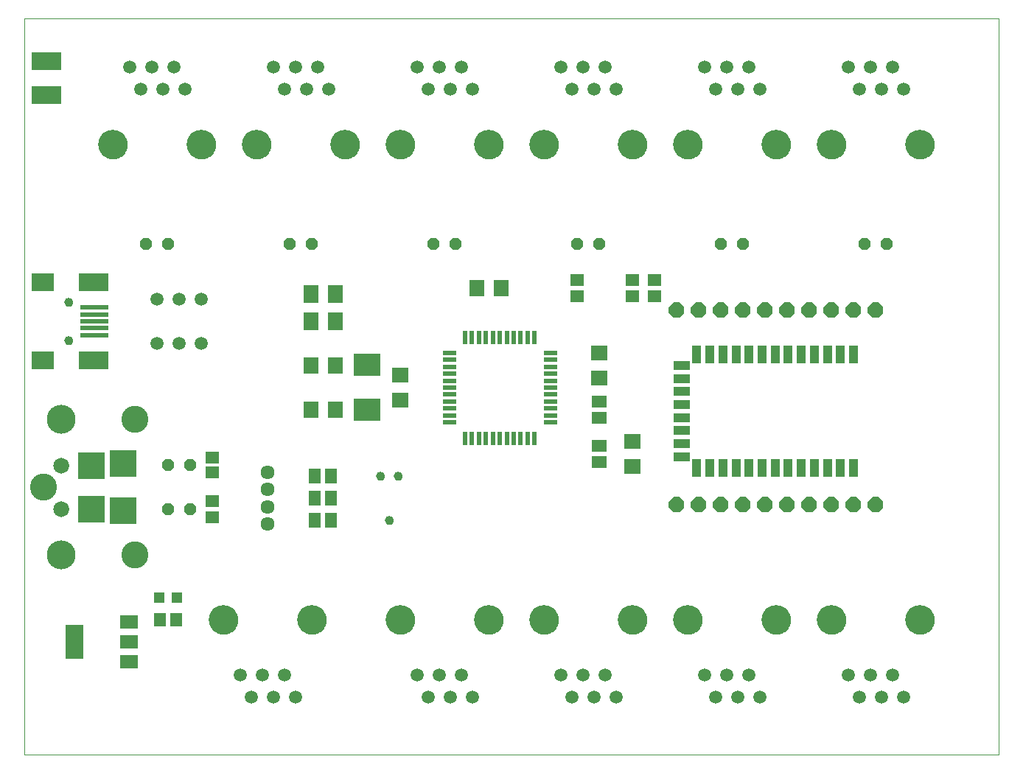
<source format=gts>
G75*
%MOIN*%
%OFA0B0*%
%FSLAX24Y24*%
%IPPOS*%
%LPD*%
%AMOC8*
5,1,8,0,0,1.08239X$1,22.5*
%
%ADD10C,0.0000*%
%ADD11C,0.0594*%
%ADD12C,0.1320*%
%ADD13OC8,0.0560*%
%ADD14R,0.0512X0.0512*%
%ADD15R,0.0552X0.0631*%
%ADD16C,0.1221*%
%ADD17C,0.1306*%
%ADD18R,0.1221X0.1221*%
%ADD19C,0.0709*%
%ADD20R,0.0631X0.0552*%
%ADD21R,0.1379X0.0788*%
%ADD22R,0.0749X0.0670*%
%ADD23C,0.0390*%
%ADD24C,0.0591*%
%ADD25R,0.0237X0.0631*%
%ADD26R,0.0631X0.0237*%
%ADD27R,0.0670X0.0749*%
%ADD28R,0.0750X0.0670*%
%ADD29R,0.0670X0.0552*%
%ADD30R,0.1221X0.1024*%
%ADD31R,0.1024X0.0827*%
%ADD32R,0.1339X0.0827*%
%ADD33R,0.1260X0.0237*%
%ADD34C,0.0394*%
%ADD35R,0.0670X0.0827*%
%ADD36R,0.0434X0.0827*%
%ADD37R,0.0749X0.0434*%
%ADD38R,0.0830X0.0630*%
%ADD39R,0.0830X0.1540*%
%ADD40R,0.0552X0.0670*%
%ADD41C,0.0634*%
%ADD42OC8,0.0700*%
D10*
X003100Y002000D02*
X003100Y035296D01*
X047170Y035296D01*
X047170Y002000D01*
X003100Y002000D01*
X011460Y008100D02*
X011462Y008150D01*
X011468Y008200D01*
X011478Y008249D01*
X011491Y008298D01*
X011509Y008345D01*
X011530Y008391D01*
X011554Y008434D01*
X011582Y008476D01*
X011613Y008516D01*
X011647Y008553D01*
X011684Y008587D01*
X011724Y008618D01*
X011766Y008646D01*
X011809Y008670D01*
X011855Y008691D01*
X011902Y008709D01*
X011951Y008722D01*
X012000Y008732D01*
X012050Y008738D01*
X012100Y008740D01*
X012150Y008738D01*
X012200Y008732D01*
X012249Y008722D01*
X012298Y008709D01*
X012345Y008691D01*
X012391Y008670D01*
X012434Y008646D01*
X012476Y008618D01*
X012516Y008587D01*
X012553Y008553D01*
X012587Y008516D01*
X012618Y008476D01*
X012646Y008434D01*
X012670Y008391D01*
X012691Y008345D01*
X012709Y008298D01*
X012722Y008249D01*
X012732Y008200D01*
X012738Y008150D01*
X012740Y008100D01*
X012738Y008050D01*
X012732Y008000D01*
X012722Y007951D01*
X012709Y007902D01*
X012691Y007855D01*
X012670Y007809D01*
X012646Y007766D01*
X012618Y007724D01*
X012587Y007684D01*
X012553Y007647D01*
X012516Y007613D01*
X012476Y007582D01*
X012434Y007554D01*
X012391Y007530D01*
X012345Y007509D01*
X012298Y007491D01*
X012249Y007478D01*
X012200Y007468D01*
X012150Y007462D01*
X012100Y007460D01*
X012050Y007462D01*
X012000Y007468D01*
X011951Y007478D01*
X011902Y007491D01*
X011855Y007509D01*
X011809Y007530D01*
X011766Y007554D01*
X011724Y007582D01*
X011684Y007613D01*
X011647Y007647D01*
X011613Y007684D01*
X011582Y007724D01*
X011554Y007766D01*
X011530Y007809D01*
X011509Y007855D01*
X011491Y007902D01*
X011478Y007951D01*
X011468Y008000D01*
X011462Y008050D01*
X011460Y008100D01*
X015460Y008100D02*
X015462Y008150D01*
X015468Y008200D01*
X015478Y008249D01*
X015491Y008298D01*
X015509Y008345D01*
X015530Y008391D01*
X015554Y008434D01*
X015582Y008476D01*
X015613Y008516D01*
X015647Y008553D01*
X015684Y008587D01*
X015724Y008618D01*
X015766Y008646D01*
X015809Y008670D01*
X015855Y008691D01*
X015902Y008709D01*
X015951Y008722D01*
X016000Y008732D01*
X016050Y008738D01*
X016100Y008740D01*
X016150Y008738D01*
X016200Y008732D01*
X016249Y008722D01*
X016298Y008709D01*
X016345Y008691D01*
X016391Y008670D01*
X016434Y008646D01*
X016476Y008618D01*
X016516Y008587D01*
X016553Y008553D01*
X016587Y008516D01*
X016618Y008476D01*
X016646Y008434D01*
X016670Y008391D01*
X016691Y008345D01*
X016709Y008298D01*
X016722Y008249D01*
X016732Y008200D01*
X016738Y008150D01*
X016740Y008100D01*
X016738Y008050D01*
X016732Y008000D01*
X016722Y007951D01*
X016709Y007902D01*
X016691Y007855D01*
X016670Y007809D01*
X016646Y007766D01*
X016618Y007724D01*
X016587Y007684D01*
X016553Y007647D01*
X016516Y007613D01*
X016476Y007582D01*
X016434Y007554D01*
X016391Y007530D01*
X016345Y007509D01*
X016298Y007491D01*
X016249Y007478D01*
X016200Y007468D01*
X016150Y007462D01*
X016100Y007460D01*
X016050Y007462D01*
X016000Y007468D01*
X015951Y007478D01*
X015902Y007491D01*
X015855Y007509D01*
X015809Y007530D01*
X015766Y007554D01*
X015724Y007582D01*
X015684Y007613D01*
X015647Y007647D01*
X015613Y007684D01*
X015582Y007724D01*
X015554Y007766D01*
X015530Y007809D01*
X015509Y007855D01*
X015491Y007902D01*
X015478Y007951D01*
X015468Y008000D01*
X015462Y008050D01*
X015460Y008100D01*
X019460Y008100D02*
X019462Y008150D01*
X019468Y008200D01*
X019478Y008249D01*
X019491Y008298D01*
X019509Y008345D01*
X019530Y008391D01*
X019554Y008434D01*
X019582Y008476D01*
X019613Y008516D01*
X019647Y008553D01*
X019684Y008587D01*
X019724Y008618D01*
X019766Y008646D01*
X019809Y008670D01*
X019855Y008691D01*
X019902Y008709D01*
X019951Y008722D01*
X020000Y008732D01*
X020050Y008738D01*
X020100Y008740D01*
X020150Y008738D01*
X020200Y008732D01*
X020249Y008722D01*
X020298Y008709D01*
X020345Y008691D01*
X020391Y008670D01*
X020434Y008646D01*
X020476Y008618D01*
X020516Y008587D01*
X020553Y008553D01*
X020587Y008516D01*
X020618Y008476D01*
X020646Y008434D01*
X020670Y008391D01*
X020691Y008345D01*
X020709Y008298D01*
X020722Y008249D01*
X020732Y008200D01*
X020738Y008150D01*
X020740Y008100D01*
X020738Y008050D01*
X020732Y008000D01*
X020722Y007951D01*
X020709Y007902D01*
X020691Y007855D01*
X020670Y007809D01*
X020646Y007766D01*
X020618Y007724D01*
X020587Y007684D01*
X020553Y007647D01*
X020516Y007613D01*
X020476Y007582D01*
X020434Y007554D01*
X020391Y007530D01*
X020345Y007509D01*
X020298Y007491D01*
X020249Y007478D01*
X020200Y007468D01*
X020150Y007462D01*
X020100Y007460D01*
X020050Y007462D01*
X020000Y007468D01*
X019951Y007478D01*
X019902Y007491D01*
X019855Y007509D01*
X019809Y007530D01*
X019766Y007554D01*
X019724Y007582D01*
X019684Y007613D01*
X019647Y007647D01*
X019613Y007684D01*
X019582Y007724D01*
X019554Y007766D01*
X019530Y007809D01*
X019509Y007855D01*
X019491Y007902D01*
X019478Y007951D01*
X019468Y008000D01*
X019462Y008050D01*
X019460Y008100D01*
X023460Y008100D02*
X023462Y008150D01*
X023468Y008200D01*
X023478Y008249D01*
X023491Y008298D01*
X023509Y008345D01*
X023530Y008391D01*
X023554Y008434D01*
X023582Y008476D01*
X023613Y008516D01*
X023647Y008553D01*
X023684Y008587D01*
X023724Y008618D01*
X023766Y008646D01*
X023809Y008670D01*
X023855Y008691D01*
X023902Y008709D01*
X023951Y008722D01*
X024000Y008732D01*
X024050Y008738D01*
X024100Y008740D01*
X024150Y008738D01*
X024200Y008732D01*
X024249Y008722D01*
X024298Y008709D01*
X024345Y008691D01*
X024391Y008670D01*
X024434Y008646D01*
X024476Y008618D01*
X024516Y008587D01*
X024553Y008553D01*
X024587Y008516D01*
X024618Y008476D01*
X024646Y008434D01*
X024670Y008391D01*
X024691Y008345D01*
X024709Y008298D01*
X024722Y008249D01*
X024732Y008200D01*
X024738Y008150D01*
X024740Y008100D01*
X024738Y008050D01*
X024732Y008000D01*
X024722Y007951D01*
X024709Y007902D01*
X024691Y007855D01*
X024670Y007809D01*
X024646Y007766D01*
X024618Y007724D01*
X024587Y007684D01*
X024553Y007647D01*
X024516Y007613D01*
X024476Y007582D01*
X024434Y007554D01*
X024391Y007530D01*
X024345Y007509D01*
X024298Y007491D01*
X024249Y007478D01*
X024200Y007468D01*
X024150Y007462D01*
X024100Y007460D01*
X024050Y007462D01*
X024000Y007468D01*
X023951Y007478D01*
X023902Y007491D01*
X023855Y007509D01*
X023809Y007530D01*
X023766Y007554D01*
X023724Y007582D01*
X023684Y007613D01*
X023647Y007647D01*
X023613Y007684D01*
X023582Y007724D01*
X023554Y007766D01*
X023530Y007809D01*
X023509Y007855D01*
X023491Y007902D01*
X023478Y007951D01*
X023468Y008000D01*
X023462Y008050D01*
X023460Y008100D01*
X025960Y008100D02*
X025962Y008150D01*
X025968Y008200D01*
X025978Y008249D01*
X025991Y008298D01*
X026009Y008345D01*
X026030Y008391D01*
X026054Y008434D01*
X026082Y008476D01*
X026113Y008516D01*
X026147Y008553D01*
X026184Y008587D01*
X026224Y008618D01*
X026266Y008646D01*
X026309Y008670D01*
X026355Y008691D01*
X026402Y008709D01*
X026451Y008722D01*
X026500Y008732D01*
X026550Y008738D01*
X026600Y008740D01*
X026650Y008738D01*
X026700Y008732D01*
X026749Y008722D01*
X026798Y008709D01*
X026845Y008691D01*
X026891Y008670D01*
X026934Y008646D01*
X026976Y008618D01*
X027016Y008587D01*
X027053Y008553D01*
X027087Y008516D01*
X027118Y008476D01*
X027146Y008434D01*
X027170Y008391D01*
X027191Y008345D01*
X027209Y008298D01*
X027222Y008249D01*
X027232Y008200D01*
X027238Y008150D01*
X027240Y008100D01*
X027238Y008050D01*
X027232Y008000D01*
X027222Y007951D01*
X027209Y007902D01*
X027191Y007855D01*
X027170Y007809D01*
X027146Y007766D01*
X027118Y007724D01*
X027087Y007684D01*
X027053Y007647D01*
X027016Y007613D01*
X026976Y007582D01*
X026934Y007554D01*
X026891Y007530D01*
X026845Y007509D01*
X026798Y007491D01*
X026749Y007478D01*
X026700Y007468D01*
X026650Y007462D01*
X026600Y007460D01*
X026550Y007462D01*
X026500Y007468D01*
X026451Y007478D01*
X026402Y007491D01*
X026355Y007509D01*
X026309Y007530D01*
X026266Y007554D01*
X026224Y007582D01*
X026184Y007613D01*
X026147Y007647D01*
X026113Y007684D01*
X026082Y007724D01*
X026054Y007766D01*
X026030Y007809D01*
X026009Y007855D01*
X025991Y007902D01*
X025978Y007951D01*
X025968Y008000D01*
X025962Y008050D01*
X025960Y008100D01*
X029960Y008100D02*
X029962Y008150D01*
X029968Y008200D01*
X029978Y008249D01*
X029991Y008298D01*
X030009Y008345D01*
X030030Y008391D01*
X030054Y008434D01*
X030082Y008476D01*
X030113Y008516D01*
X030147Y008553D01*
X030184Y008587D01*
X030224Y008618D01*
X030266Y008646D01*
X030309Y008670D01*
X030355Y008691D01*
X030402Y008709D01*
X030451Y008722D01*
X030500Y008732D01*
X030550Y008738D01*
X030600Y008740D01*
X030650Y008738D01*
X030700Y008732D01*
X030749Y008722D01*
X030798Y008709D01*
X030845Y008691D01*
X030891Y008670D01*
X030934Y008646D01*
X030976Y008618D01*
X031016Y008587D01*
X031053Y008553D01*
X031087Y008516D01*
X031118Y008476D01*
X031146Y008434D01*
X031170Y008391D01*
X031191Y008345D01*
X031209Y008298D01*
X031222Y008249D01*
X031232Y008200D01*
X031238Y008150D01*
X031240Y008100D01*
X031238Y008050D01*
X031232Y008000D01*
X031222Y007951D01*
X031209Y007902D01*
X031191Y007855D01*
X031170Y007809D01*
X031146Y007766D01*
X031118Y007724D01*
X031087Y007684D01*
X031053Y007647D01*
X031016Y007613D01*
X030976Y007582D01*
X030934Y007554D01*
X030891Y007530D01*
X030845Y007509D01*
X030798Y007491D01*
X030749Y007478D01*
X030700Y007468D01*
X030650Y007462D01*
X030600Y007460D01*
X030550Y007462D01*
X030500Y007468D01*
X030451Y007478D01*
X030402Y007491D01*
X030355Y007509D01*
X030309Y007530D01*
X030266Y007554D01*
X030224Y007582D01*
X030184Y007613D01*
X030147Y007647D01*
X030113Y007684D01*
X030082Y007724D01*
X030054Y007766D01*
X030030Y007809D01*
X030009Y007855D01*
X029991Y007902D01*
X029978Y007951D01*
X029968Y008000D01*
X029962Y008050D01*
X029960Y008100D01*
X032460Y008100D02*
X032462Y008150D01*
X032468Y008200D01*
X032478Y008249D01*
X032491Y008298D01*
X032509Y008345D01*
X032530Y008391D01*
X032554Y008434D01*
X032582Y008476D01*
X032613Y008516D01*
X032647Y008553D01*
X032684Y008587D01*
X032724Y008618D01*
X032766Y008646D01*
X032809Y008670D01*
X032855Y008691D01*
X032902Y008709D01*
X032951Y008722D01*
X033000Y008732D01*
X033050Y008738D01*
X033100Y008740D01*
X033150Y008738D01*
X033200Y008732D01*
X033249Y008722D01*
X033298Y008709D01*
X033345Y008691D01*
X033391Y008670D01*
X033434Y008646D01*
X033476Y008618D01*
X033516Y008587D01*
X033553Y008553D01*
X033587Y008516D01*
X033618Y008476D01*
X033646Y008434D01*
X033670Y008391D01*
X033691Y008345D01*
X033709Y008298D01*
X033722Y008249D01*
X033732Y008200D01*
X033738Y008150D01*
X033740Y008100D01*
X033738Y008050D01*
X033732Y008000D01*
X033722Y007951D01*
X033709Y007902D01*
X033691Y007855D01*
X033670Y007809D01*
X033646Y007766D01*
X033618Y007724D01*
X033587Y007684D01*
X033553Y007647D01*
X033516Y007613D01*
X033476Y007582D01*
X033434Y007554D01*
X033391Y007530D01*
X033345Y007509D01*
X033298Y007491D01*
X033249Y007478D01*
X033200Y007468D01*
X033150Y007462D01*
X033100Y007460D01*
X033050Y007462D01*
X033000Y007468D01*
X032951Y007478D01*
X032902Y007491D01*
X032855Y007509D01*
X032809Y007530D01*
X032766Y007554D01*
X032724Y007582D01*
X032684Y007613D01*
X032647Y007647D01*
X032613Y007684D01*
X032582Y007724D01*
X032554Y007766D01*
X032530Y007809D01*
X032509Y007855D01*
X032491Y007902D01*
X032478Y007951D01*
X032468Y008000D01*
X032462Y008050D01*
X032460Y008100D01*
X036460Y008100D02*
X036462Y008150D01*
X036468Y008200D01*
X036478Y008249D01*
X036491Y008298D01*
X036509Y008345D01*
X036530Y008391D01*
X036554Y008434D01*
X036582Y008476D01*
X036613Y008516D01*
X036647Y008553D01*
X036684Y008587D01*
X036724Y008618D01*
X036766Y008646D01*
X036809Y008670D01*
X036855Y008691D01*
X036902Y008709D01*
X036951Y008722D01*
X037000Y008732D01*
X037050Y008738D01*
X037100Y008740D01*
X037150Y008738D01*
X037200Y008732D01*
X037249Y008722D01*
X037298Y008709D01*
X037345Y008691D01*
X037391Y008670D01*
X037434Y008646D01*
X037476Y008618D01*
X037516Y008587D01*
X037553Y008553D01*
X037587Y008516D01*
X037618Y008476D01*
X037646Y008434D01*
X037670Y008391D01*
X037691Y008345D01*
X037709Y008298D01*
X037722Y008249D01*
X037732Y008200D01*
X037738Y008150D01*
X037740Y008100D01*
X037738Y008050D01*
X037732Y008000D01*
X037722Y007951D01*
X037709Y007902D01*
X037691Y007855D01*
X037670Y007809D01*
X037646Y007766D01*
X037618Y007724D01*
X037587Y007684D01*
X037553Y007647D01*
X037516Y007613D01*
X037476Y007582D01*
X037434Y007554D01*
X037391Y007530D01*
X037345Y007509D01*
X037298Y007491D01*
X037249Y007478D01*
X037200Y007468D01*
X037150Y007462D01*
X037100Y007460D01*
X037050Y007462D01*
X037000Y007468D01*
X036951Y007478D01*
X036902Y007491D01*
X036855Y007509D01*
X036809Y007530D01*
X036766Y007554D01*
X036724Y007582D01*
X036684Y007613D01*
X036647Y007647D01*
X036613Y007684D01*
X036582Y007724D01*
X036554Y007766D01*
X036530Y007809D01*
X036509Y007855D01*
X036491Y007902D01*
X036478Y007951D01*
X036468Y008000D01*
X036462Y008050D01*
X036460Y008100D01*
X038960Y008100D02*
X038962Y008150D01*
X038968Y008200D01*
X038978Y008249D01*
X038991Y008298D01*
X039009Y008345D01*
X039030Y008391D01*
X039054Y008434D01*
X039082Y008476D01*
X039113Y008516D01*
X039147Y008553D01*
X039184Y008587D01*
X039224Y008618D01*
X039266Y008646D01*
X039309Y008670D01*
X039355Y008691D01*
X039402Y008709D01*
X039451Y008722D01*
X039500Y008732D01*
X039550Y008738D01*
X039600Y008740D01*
X039650Y008738D01*
X039700Y008732D01*
X039749Y008722D01*
X039798Y008709D01*
X039845Y008691D01*
X039891Y008670D01*
X039934Y008646D01*
X039976Y008618D01*
X040016Y008587D01*
X040053Y008553D01*
X040087Y008516D01*
X040118Y008476D01*
X040146Y008434D01*
X040170Y008391D01*
X040191Y008345D01*
X040209Y008298D01*
X040222Y008249D01*
X040232Y008200D01*
X040238Y008150D01*
X040240Y008100D01*
X040238Y008050D01*
X040232Y008000D01*
X040222Y007951D01*
X040209Y007902D01*
X040191Y007855D01*
X040170Y007809D01*
X040146Y007766D01*
X040118Y007724D01*
X040087Y007684D01*
X040053Y007647D01*
X040016Y007613D01*
X039976Y007582D01*
X039934Y007554D01*
X039891Y007530D01*
X039845Y007509D01*
X039798Y007491D01*
X039749Y007478D01*
X039700Y007468D01*
X039650Y007462D01*
X039600Y007460D01*
X039550Y007462D01*
X039500Y007468D01*
X039451Y007478D01*
X039402Y007491D01*
X039355Y007509D01*
X039309Y007530D01*
X039266Y007554D01*
X039224Y007582D01*
X039184Y007613D01*
X039147Y007647D01*
X039113Y007684D01*
X039082Y007724D01*
X039054Y007766D01*
X039030Y007809D01*
X039009Y007855D01*
X038991Y007902D01*
X038978Y007951D01*
X038968Y008000D01*
X038962Y008050D01*
X038960Y008100D01*
X042960Y008100D02*
X042962Y008150D01*
X042968Y008200D01*
X042978Y008249D01*
X042991Y008298D01*
X043009Y008345D01*
X043030Y008391D01*
X043054Y008434D01*
X043082Y008476D01*
X043113Y008516D01*
X043147Y008553D01*
X043184Y008587D01*
X043224Y008618D01*
X043266Y008646D01*
X043309Y008670D01*
X043355Y008691D01*
X043402Y008709D01*
X043451Y008722D01*
X043500Y008732D01*
X043550Y008738D01*
X043600Y008740D01*
X043650Y008738D01*
X043700Y008732D01*
X043749Y008722D01*
X043798Y008709D01*
X043845Y008691D01*
X043891Y008670D01*
X043934Y008646D01*
X043976Y008618D01*
X044016Y008587D01*
X044053Y008553D01*
X044087Y008516D01*
X044118Y008476D01*
X044146Y008434D01*
X044170Y008391D01*
X044191Y008345D01*
X044209Y008298D01*
X044222Y008249D01*
X044232Y008200D01*
X044238Y008150D01*
X044240Y008100D01*
X044238Y008050D01*
X044232Y008000D01*
X044222Y007951D01*
X044209Y007902D01*
X044191Y007855D01*
X044170Y007809D01*
X044146Y007766D01*
X044118Y007724D01*
X044087Y007684D01*
X044053Y007647D01*
X044016Y007613D01*
X043976Y007582D01*
X043934Y007554D01*
X043891Y007530D01*
X043845Y007509D01*
X043798Y007491D01*
X043749Y007478D01*
X043700Y007468D01*
X043650Y007462D01*
X043600Y007460D01*
X043550Y007462D01*
X043500Y007468D01*
X043451Y007478D01*
X043402Y007491D01*
X043355Y007509D01*
X043309Y007530D01*
X043266Y007554D01*
X043224Y007582D01*
X043184Y007613D01*
X043147Y007647D01*
X043113Y007684D01*
X043082Y007724D01*
X043054Y007766D01*
X043030Y007809D01*
X043009Y007855D01*
X042991Y007902D01*
X042978Y007951D01*
X042968Y008000D01*
X042962Y008050D01*
X042960Y008100D01*
X019825Y014600D02*
X019827Y014626D01*
X019833Y014652D01*
X019842Y014676D01*
X019855Y014699D01*
X019872Y014719D01*
X019891Y014737D01*
X019913Y014752D01*
X019936Y014763D01*
X019961Y014771D01*
X019987Y014775D01*
X020013Y014775D01*
X020039Y014771D01*
X020064Y014763D01*
X020088Y014752D01*
X020109Y014737D01*
X020128Y014719D01*
X020145Y014699D01*
X020158Y014676D01*
X020167Y014652D01*
X020173Y014626D01*
X020175Y014600D01*
X020173Y014574D01*
X020167Y014548D01*
X020158Y014524D01*
X020145Y014501D01*
X020128Y014481D01*
X020109Y014463D01*
X020087Y014448D01*
X020064Y014437D01*
X020039Y014429D01*
X020013Y014425D01*
X019987Y014425D01*
X019961Y014429D01*
X019936Y014437D01*
X019912Y014448D01*
X019891Y014463D01*
X019872Y014481D01*
X019855Y014501D01*
X019842Y014524D01*
X019833Y014548D01*
X019827Y014574D01*
X019825Y014600D01*
X019025Y014600D02*
X019027Y014626D01*
X019033Y014652D01*
X019042Y014676D01*
X019055Y014699D01*
X019072Y014719D01*
X019091Y014737D01*
X019113Y014752D01*
X019136Y014763D01*
X019161Y014771D01*
X019187Y014775D01*
X019213Y014775D01*
X019239Y014771D01*
X019264Y014763D01*
X019288Y014752D01*
X019309Y014737D01*
X019328Y014719D01*
X019345Y014699D01*
X019358Y014676D01*
X019367Y014652D01*
X019373Y014626D01*
X019375Y014600D01*
X019373Y014574D01*
X019367Y014548D01*
X019358Y014524D01*
X019345Y014501D01*
X019328Y014481D01*
X019309Y014463D01*
X019287Y014448D01*
X019264Y014437D01*
X019239Y014429D01*
X019213Y014425D01*
X019187Y014425D01*
X019161Y014429D01*
X019136Y014437D01*
X019112Y014448D01*
X019091Y014463D01*
X019072Y014481D01*
X019055Y014501D01*
X019042Y014524D01*
X019033Y014548D01*
X019027Y014574D01*
X019025Y014600D01*
X019425Y012600D02*
X019427Y012626D01*
X019433Y012652D01*
X019442Y012676D01*
X019455Y012699D01*
X019472Y012719D01*
X019491Y012737D01*
X019513Y012752D01*
X019536Y012763D01*
X019561Y012771D01*
X019587Y012775D01*
X019613Y012775D01*
X019639Y012771D01*
X019664Y012763D01*
X019688Y012752D01*
X019709Y012737D01*
X019728Y012719D01*
X019745Y012699D01*
X019758Y012676D01*
X019767Y012652D01*
X019773Y012626D01*
X019775Y012600D01*
X019773Y012574D01*
X019767Y012548D01*
X019758Y012524D01*
X019745Y012501D01*
X019728Y012481D01*
X019709Y012463D01*
X019687Y012448D01*
X019664Y012437D01*
X019639Y012429D01*
X019613Y012425D01*
X019587Y012425D01*
X019561Y012429D01*
X019536Y012437D01*
X019512Y012448D01*
X019491Y012463D01*
X019472Y012481D01*
X019455Y012501D01*
X019442Y012524D01*
X019433Y012548D01*
X019427Y012574D01*
X019425Y012600D01*
X004923Y020734D02*
X004925Y020760D01*
X004931Y020786D01*
X004941Y020811D01*
X004954Y020834D01*
X004970Y020854D01*
X004990Y020872D01*
X005012Y020887D01*
X005035Y020899D01*
X005061Y020907D01*
X005087Y020911D01*
X005113Y020911D01*
X005139Y020907D01*
X005165Y020899D01*
X005189Y020887D01*
X005210Y020872D01*
X005230Y020854D01*
X005246Y020834D01*
X005259Y020811D01*
X005269Y020786D01*
X005275Y020760D01*
X005277Y020734D01*
X005275Y020708D01*
X005269Y020682D01*
X005259Y020657D01*
X005246Y020634D01*
X005230Y020614D01*
X005210Y020596D01*
X005188Y020581D01*
X005165Y020569D01*
X005139Y020561D01*
X005113Y020557D01*
X005087Y020557D01*
X005061Y020561D01*
X005035Y020569D01*
X005011Y020581D01*
X004990Y020596D01*
X004970Y020614D01*
X004954Y020634D01*
X004941Y020657D01*
X004931Y020682D01*
X004925Y020708D01*
X004923Y020734D01*
X004923Y022466D02*
X004925Y022492D01*
X004931Y022518D01*
X004941Y022543D01*
X004954Y022566D01*
X004970Y022586D01*
X004990Y022604D01*
X005012Y022619D01*
X005035Y022631D01*
X005061Y022639D01*
X005087Y022643D01*
X005113Y022643D01*
X005139Y022639D01*
X005165Y022631D01*
X005189Y022619D01*
X005210Y022604D01*
X005230Y022586D01*
X005246Y022566D01*
X005259Y022543D01*
X005269Y022518D01*
X005275Y022492D01*
X005277Y022466D01*
X005275Y022440D01*
X005269Y022414D01*
X005259Y022389D01*
X005246Y022366D01*
X005230Y022346D01*
X005210Y022328D01*
X005188Y022313D01*
X005165Y022301D01*
X005139Y022293D01*
X005113Y022289D01*
X005087Y022289D01*
X005061Y022293D01*
X005035Y022301D01*
X005011Y022313D01*
X004990Y022328D01*
X004970Y022346D01*
X004954Y022366D01*
X004941Y022389D01*
X004931Y022414D01*
X004925Y022440D01*
X004923Y022466D01*
X004419Y015084D02*
X004421Y015120D01*
X004427Y015156D01*
X004437Y015191D01*
X004450Y015225D01*
X004467Y015257D01*
X004487Y015287D01*
X004511Y015314D01*
X004537Y015339D01*
X004566Y015361D01*
X004597Y015380D01*
X004630Y015395D01*
X004664Y015407D01*
X004700Y015415D01*
X004736Y015419D01*
X004772Y015419D01*
X004808Y015415D01*
X004844Y015407D01*
X004878Y015395D01*
X004911Y015380D01*
X004942Y015361D01*
X004971Y015339D01*
X004997Y015314D01*
X005021Y015287D01*
X005041Y015257D01*
X005058Y015225D01*
X005071Y015191D01*
X005081Y015156D01*
X005087Y015120D01*
X005089Y015084D01*
X005087Y015048D01*
X005081Y015012D01*
X005071Y014977D01*
X005058Y014943D01*
X005041Y014911D01*
X005021Y014881D01*
X004997Y014854D01*
X004971Y014829D01*
X004942Y014807D01*
X004911Y014788D01*
X004878Y014773D01*
X004844Y014761D01*
X004808Y014753D01*
X004772Y014749D01*
X004736Y014749D01*
X004700Y014753D01*
X004664Y014761D01*
X004630Y014773D01*
X004597Y014788D01*
X004566Y014807D01*
X004537Y014829D01*
X004511Y014854D01*
X004487Y014881D01*
X004467Y014911D01*
X004450Y014943D01*
X004437Y014977D01*
X004427Y015012D01*
X004421Y015048D01*
X004419Y015084D01*
X004419Y013116D02*
X004421Y013152D01*
X004427Y013188D01*
X004437Y013223D01*
X004450Y013257D01*
X004467Y013289D01*
X004487Y013319D01*
X004511Y013346D01*
X004537Y013371D01*
X004566Y013393D01*
X004597Y013412D01*
X004630Y013427D01*
X004664Y013439D01*
X004700Y013447D01*
X004736Y013451D01*
X004772Y013451D01*
X004808Y013447D01*
X004844Y013439D01*
X004878Y013427D01*
X004911Y013412D01*
X004942Y013393D01*
X004971Y013371D01*
X004997Y013346D01*
X005021Y013319D01*
X005041Y013289D01*
X005058Y013257D01*
X005071Y013223D01*
X005081Y013188D01*
X005087Y013152D01*
X005089Y013116D01*
X005087Y013080D01*
X005081Y013044D01*
X005071Y013009D01*
X005058Y012975D01*
X005041Y012943D01*
X005021Y012913D01*
X004997Y012886D01*
X004971Y012861D01*
X004942Y012839D01*
X004911Y012820D01*
X004878Y012805D01*
X004844Y012793D01*
X004808Y012785D01*
X004772Y012781D01*
X004736Y012781D01*
X004700Y012785D01*
X004664Y012793D01*
X004630Y012805D01*
X004597Y012820D01*
X004566Y012839D01*
X004537Y012861D01*
X004511Y012886D01*
X004487Y012913D01*
X004467Y012943D01*
X004450Y012975D01*
X004437Y013009D01*
X004427Y013044D01*
X004421Y013080D01*
X004419Y013116D01*
X006460Y029600D02*
X006462Y029650D01*
X006468Y029700D01*
X006478Y029749D01*
X006491Y029798D01*
X006509Y029845D01*
X006530Y029891D01*
X006554Y029934D01*
X006582Y029976D01*
X006613Y030016D01*
X006647Y030053D01*
X006684Y030087D01*
X006724Y030118D01*
X006766Y030146D01*
X006809Y030170D01*
X006855Y030191D01*
X006902Y030209D01*
X006951Y030222D01*
X007000Y030232D01*
X007050Y030238D01*
X007100Y030240D01*
X007150Y030238D01*
X007200Y030232D01*
X007249Y030222D01*
X007298Y030209D01*
X007345Y030191D01*
X007391Y030170D01*
X007434Y030146D01*
X007476Y030118D01*
X007516Y030087D01*
X007553Y030053D01*
X007587Y030016D01*
X007618Y029976D01*
X007646Y029934D01*
X007670Y029891D01*
X007691Y029845D01*
X007709Y029798D01*
X007722Y029749D01*
X007732Y029700D01*
X007738Y029650D01*
X007740Y029600D01*
X007738Y029550D01*
X007732Y029500D01*
X007722Y029451D01*
X007709Y029402D01*
X007691Y029355D01*
X007670Y029309D01*
X007646Y029266D01*
X007618Y029224D01*
X007587Y029184D01*
X007553Y029147D01*
X007516Y029113D01*
X007476Y029082D01*
X007434Y029054D01*
X007391Y029030D01*
X007345Y029009D01*
X007298Y028991D01*
X007249Y028978D01*
X007200Y028968D01*
X007150Y028962D01*
X007100Y028960D01*
X007050Y028962D01*
X007000Y028968D01*
X006951Y028978D01*
X006902Y028991D01*
X006855Y029009D01*
X006809Y029030D01*
X006766Y029054D01*
X006724Y029082D01*
X006684Y029113D01*
X006647Y029147D01*
X006613Y029184D01*
X006582Y029224D01*
X006554Y029266D01*
X006530Y029309D01*
X006509Y029355D01*
X006491Y029402D01*
X006478Y029451D01*
X006468Y029500D01*
X006462Y029550D01*
X006460Y029600D01*
X010460Y029600D02*
X010462Y029650D01*
X010468Y029700D01*
X010478Y029749D01*
X010491Y029798D01*
X010509Y029845D01*
X010530Y029891D01*
X010554Y029934D01*
X010582Y029976D01*
X010613Y030016D01*
X010647Y030053D01*
X010684Y030087D01*
X010724Y030118D01*
X010766Y030146D01*
X010809Y030170D01*
X010855Y030191D01*
X010902Y030209D01*
X010951Y030222D01*
X011000Y030232D01*
X011050Y030238D01*
X011100Y030240D01*
X011150Y030238D01*
X011200Y030232D01*
X011249Y030222D01*
X011298Y030209D01*
X011345Y030191D01*
X011391Y030170D01*
X011434Y030146D01*
X011476Y030118D01*
X011516Y030087D01*
X011553Y030053D01*
X011587Y030016D01*
X011618Y029976D01*
X011646Y029934D01*
X011670Y029891D01*
X011691Y029845D01*
X011709Y029798D01*
X011722Y029749D01*
X011732Y029700D01*
X011738Y029650D01*
X011740Y029600D01*
X011738Y029550D01*
X011732Y029500D01*
X011722Y029451D01*
X011709Y029402D01*
X011691Y029355D01*
X011670Y029309D01*
X011646Y029266D01*
X011618Y029224D01*
X011587Y029184D01*
X011553Y029147D01*
X011516Y029113D01*
X011476Y029082D01*
X011434Y029054D01*
X011391Y029030D01*
X011345Y029009D01*
X011298Y028991D01*
X011249Y028978D01*
X011200Y028968D01*
X011150Y028962D01*
X011100Y028960D01*
X011050Y028962D01*
X011000Y028968D01*
X010951Y028978D01*
X010902Y028991D01*
X010855Y029009D01*
X010809Y029030D01*
X010766Y029054D01*
X010724Y029082D01*
X010684Y029113D01*
X010647Y029147D01*
X010613Y029184D01*
X010582Y029224D01*
X010554Y029266D01*
X010530Y029309D01*
X010509Y029355D01*
X010491Y029402D01*
X010478Y029451D01*
X010468Y029500D01*
X010462Y029550D01*
X010460Y029600D01*
X012960Y029600D02*
X012962Y029650D01*
X012968Y029700D01*
X012978Y029749D01*
X012991Y029798D01*
X013009Y029845D01*
X013030Y029891D01*
X013054Y029934D01*
X013082Y029976D01*
X013113Y030016D01*
X013147Y030053D01*
X013184Y030087D01*
X013224Y030118D01*
X013266Y030146D01*
X013309Y030170D01*
X013355Y030191D01*
X013402Y030209D01*
X013451Y030222D01*
X013500Y030232D01*
X013550Y030238D01*
X013600Y030240D01*
X013650Y030238D01*
X013700Y030232D01*
X013749Y030222D01*
X013798Y030209D01*
X013845Y030191D01*
X013891Y030170D01*
X013934Y030146D01*
X013976Y030118D01*
X014016Y030087D01*
X014053Y030053D01*
X014087Y030016D01*
X014118Y029976D01*
X014146Y029934D01*
X014170Y029891D01*
X014191Y029845D01*
X014209Y029798D01*
X014222Y029749D01*
X014232Y029700D01*
X014238Y029650D01*
X014240Y029600D01*
X014238Y029550D01*
X014232Y029500D01*
X014222Y029451D01*
X014209Y029402D01*
X014191Y029355D01*
X014170Y029309D01*
X014146Y029266D01*
X014118Y029224D01*
X014087Y029184D01*
X014053Y029147D01*
X014016Y029113D01*
X013976Y029082D01*
X013934Y029054D01*
X013891Y029030D01*
X013845Y029009D01*
X013798Y028991D01*
X013749Y028978D01*
X013700Y028968D01*
X013650Y028962D01*
X013600Y028960D01*
X013550Y028962D01*
X013500Y028968D01*
X013451Y028978D01*
X013402Y028991D01*
X013355Y029009D01*
X013309Y029030D01*
X013266Y029054D01*
X013224Y029082D01*
X013184Y029113D01*
X013147Y029147D01*
X013113Y029184D01*
X013082Y029224D01*
X013054Y029266D01*
X013030Y029309D01*
X013009Y029355D01*
X012991Y029402D01*
X012978Y029451D01*
X012968Y029500D01*
X012962Y029550D01*
X012960Y029600D01*
X016960Y029600D02*
X016962Y029650D01*
X016968Y029700D01*
X016978Y029749D01*
X016991Y029798D01*
X017009Y029845D01*
X017030Y029891D01*
X017054Y029934D01*
X017082Y029976D01*
X017113Y030016D01*
X017147Y030053D01*
X017184Y030087D01*
X017224Y030118D01*
X017266Y030146D01*
X017309Y030170D01*
X017355Y030191D01*
X017402Y030209D01*
X017451Y030222D01*
X017500Y030232D01*
X017550Y030238D01*
X017600Y030240D01*
X017650Y030238D01*
X017700Y030232D01*
X017749Y030222D01*
X017798Y030209D01*
X017845Y030191D01*
X017891Y030170D01*
X017934Y030146D01*
X017976Y030118D01*
X018016Y030087D01*
X018053Y030053D01*
X018087Y030016D01*
X018118Y029976D01*
X018146Y029934D01*
X018170Y029891D01*
X018191Y029845D01*
X018209Y029798D01*
X018222Y029749D01*
X018232Y029700D01*
X018238Y029650D01*
X018240Y029600D01*
X018238Y029550D01*
X018232Y029500D01*
X018222Y029451D01*
X018209Y029402D01*
X018191Y029355D01*
X018170Y029309D01*
X018146Y029266D01*
X018118Y029224D01*
X018087Y029184D01*
X018053Y029147D01*
X018016Y029113D01*
X017976Y029082D01*
X017934Y029054D01*
X017891Y029030D01*
X017845Y029009D01*
X017798Y028991D01*
X017749Y028978D01*
X017700Y028968D01*
X017650Y028962D01*
X017600Y028960D01*
X017550Y028962D01*
X017500Y028968D01*
X017451Y028978D01*
X017402Y028991D01*
X017355Y029009D01*
X017309Y029030D01*
X017266Y029054D01*
X017224Y029082D01*
X017184Y029113D01*
X017147Y029147D01*
X017113Y029184D01*
X017082Y029224D01*
X017054Y029266D01*
X017030Y029309D01*
X017009Y029355D01*
X016991Y029402D01*
X016978Y029451D01*
X016968Y029500D01*
X016962Y029550D01*
X016960Y029600D01*
X019460Y029600D02*
X019462Y029650D01*
X019468Y029700D01*
X019478Y029749D01*
X019491Y029798D01*
X019509Y029845D01*
X019530Y029891D01*
X019554Y029934D01*
X019582Y029976D01*
X019613Y030016D01*
X019647Y030053D01*
X019684Y030087D01*
X019724Y030118D01*
X019766Y030146D01*
X019809Y030170D01*
X019855Y030191D01*
X019902Y030209D01*
X019951Y030222D01*
X020000Y030232D01*
X020050Y030238D01*
X020100Y030240D01*
X020150Y030238D01*
X020200Y030232D01*
X020249Y030222D01*
X020298Y030209D01*
X020345Y030191D01*
X020391Y030170D01*
X020434Y030146D01*
X020476Y030118D01*
X020516Y030087D01*
X020553Y030053D01*
X020587Y030016D01*
X020618Y029976D01*
X020646Y029934D01*
X020670Y029891D01*
X020691Y029845D01*
X020709Y029798D01*
X020722Y029749D01*
X020732Y029700D01*
X020738Y029650D01*
X020740Y029600D01*
X020738Y029550D01*
X020732Y029500D01*
X020722Y029451D01*
X020709Y029402D01*
X020691Y029355D01*
X020670Y029309D01*
X020646Y029266D01*
X020618Y029224D01*
X020587Y029184D01*
X020553Y029147D01*
X020516Y029113D01*
X020476Y029082D01*
X020434Y029054D01*
X020391Y029030D01*
X020345Y029009D01*
X020298Y028991D01*
X020249Y028978D01*
X020200Y028968D01*
X020150Y028962D01*
X020100Y028960D01*
X020050Y028962D01*
X020000Y028968D01*
X019951Y028978D01*
X019902Y028991D01*
X019855Y029009D01*
X019809Y029030D01*
X019766Y029054D01*
X019724Y029082D01*
X019684Y029113D01*
X019647Y029147D01*
X019613Y029184D01*
X019582Y029224D01*
X019554Y029266D01*
X019530Y029309D01*
X019509Y029355D01*
X019491Y029402D01*
X019478Y029451D01*
X019468Y029500D01*
X019462Y029550D01*
X019460Y029600D01*
X023460Y029600D02*
X023462Y029650D01*
X023468Y029700D01*
X023478Y029749D01*
X023491Y029798D01*
X023509Y029845D01*
X023530Y029891D01*
X023554Y029934D01*
X023582Y029976D01*
X023613Y030016D01*
X023647Y030053D01*
X023684Y030087D01*
X023724Y030118D01*
X023766Y030146D01*
X023809Y030170D01*
X023855Y030191D01*
X023902Y030209D01*
X023951Y030222D01*
X024000Y030232D01*
X024050Y030238D01*
X024100Y030240D01*
X024150Y030238D01*
X024200Y030232D01*
X024249Y030222D01*
X024298Y030209D01*
X024345Y030191D01*
X024391Y030170D01*
X024434Y030146D01*
X024476Y030118D01*
X024516Y030087D01*
X024553Y030053D01*
X024587Y030016D01*
X024618Y029976D01*
X024646Y029934D01*
X024670Y029891D01*
X024691Y029845D01*
X024709Y029798D01*
X024722Y029749D01*
X024732Y029700D01*
X024738Y029650D01*
X024740Y029600D01*
X024738Y029550D01*
X024732Y029500D01*
X024722Y029451D01*
X024709Y029402D01*
X024691Y029355D01*
X024670Y029309D01*
X024646Y029266D01*
X024618Y029224D01*
X024587Y029184D01*
X024553Y029147D01*
X024516Y029113D01*
X024476Y029082D01*
X024434Y029054D01*
X024391Y029030D01*
X024345Y029009D01*
X024298Y028991D01*
X024249Y028978D01*
X024200Y028968D01*
X024150Y028962D01*
X024100Y028960D01*
X024050Y028962D01*
X024000Y028968D01*
X023951Y028978D01*
X023902Y028991D01*
X023855Y029009D01*
X023809Y029030D01*
X023766Y029054D01*
X023724Y029082D01*
X023684Y029113D01*
X023647Y029147D01*
X023613Y029184D01*
X023582Y029224D01*
X023554Y029266D01*
X023530Y029309D01*
X023509Y029355D01*
X023491Y029402D01*
X023478Y029451D01*
X023468Y029500D01*
X023462Y029550D01*
X023460Y029600D01*
X025960Y029600D02*
X025962Y029650D01*
X025968Y029700D01*
X025978Y029749D01*
X025991Y029798D01*
X026009Y029845D01*
X026030Y029891D01*
X026054Y029934D01*
X026082Y029976D01*
X026113Y030016D01*
X026147Y030053D01*
X026184Y030087D01*
X026224Y030118D01*
X026266Y030146D01*
X026309Y030170D01*
X026355Y030191D01*
X026402Y030209D01*
X026451Y030222D01*
X026500Y030232D01*
X026550Y030238D01*
X026600Y030240D01*
X026650Y030238D01*
X026700Y030232D01*
X026749Y030222D01*
X026798Y030209D01*
X026845Y030191D01*
X026891Y030170D01*
X026934Y030146D01*
X026976Y030118D01*
X027016Y030087D01*
X027053Y030053D01*
X027087Y030016D01*
X027118Y029976D01*
X027146Y029934D01*
X027170Y029891D01*
X027191Y029845D01*
X027209Y029798D01*
X027222Y029749D01*
X027232Y029700D01*
X027238Y029650D01*
X027240Y029600D01*
X027238Y029550D01*
X027232Y029500D01*
X027222Y029451D01*
X027209Y029402D01*
X027191Y029355D01*
X027170Y029309D01*
X027146Y029266D01*
X027118Y029224D01*
X027087Y029184D01*
X027053Y029147D01*
X027016Y029113D01*
X026976Y029082D01*
X026934Y029054D01*
X026891Y029030D01*
X026845Y029009D01*
X026798Y028991D01*
X026749Y028978D01*
X026700Y028968D01*
X026650Y028962D01*
X026600Y028960D01*
X026550Y028962D01*
X026500Y028968D01*
X026451Y028978D01*
X026402Y028991D01*
X026355Y029009D01*
X026309Y029030D01*
X026266Y029054D01*
X026224Y029082D01*
X026184Y029113D01*
X026147Y029147D01*
X026113Y029184D01*
X026082Y029224D01*
X026054Y029266D01*
X026030Y029309D01*
X026009Y029355D01*
X025991Y029402D01*
X025978Y029451D01*
X025968Y029500D01*
X025962Y029550D01*
X025960Y029600D01*
X029960Y029600D02*
X029962Y029650D01*
X029968Y029700D01*
X029978Y029749D01*
X029991Y029798D01*
X030009Y029845D01*
X030030Y029891D01*
X030054Y029934D01*
X030082Y029976D01*
X030113Y030016D01*
X030147Y030053D01*
X030184Y030087D01*
X030224Y030118D01*
X030266Y030146D01*
X030309Y030170D01*
X030355Y030191D01*
X030402Y030209D01*
X030451Y030222D01*
X030500Y030232D01*
X030550Y030238D01*
X030600Y030240D01*
X030650Y030238D01*
X030700Y030232D01*
X030749Y030222D01*
X030798Y030209D01*
X030845Y030191D01*
X030891Y030170D01*
X030934Y030146D01*
X030976Y030118D01*
X031016Y030087D01*
X031053Y030053D01*
X031087Y030016D01*
X031118Y029976D01*
X031146Y029934D01*
X031170Y029891D01*
X031191Y029845D01*
X031209Y029798D01*
X031222Y029749D01*
X031232Y029700D01*
X031238Y029650D01*
X031240Y029600D01*
X031238Y029550D01*
X031232Y029500D01*
X031222Y029451D01*
X031209Y029402D01*
X031191Y029355D01*
X031170Y029309D01*
X031146Y029266D01*
X031118Y029224D01*
X031087Y029184D01*
X031053Y029147D01*
X031016Y029113D01*
X030976Y029082D01*
X030934Y029054D01*
X030891Y029030D01*
X030845Y029009D01*
X030798Y028991D01*
X030749Y028978D01*
X030700Y028968D01*
X030650Y028962D01*
X030600Y028960D01*
X030550Y028962D01*
X030500Y028968D01*
X030451Y028978D01*
X030402Y028991D01*
X030355Y029009D01*
X030309Y029030D01*
X030266Y029054D01*
X030224Y029082D01*
X030184Y029113D01*
X030147Y029147D01*
X030113Y029184D01*
X030082Y029224D01*
X030054Y029266D01*
X030030Y029309D01*
X030009Y029355D01*
X029991Y029402D01*
X029978Y029451D01*
X029968Y029500D01*
X029962Y029550D01*
X029960Y029600D01*
X032460Y029600D02*
X032462Y029650D01*
X032468Y029700D01*
X032478Y029749D01*
X032491Y029798D01*
X032509Y029845D01*
X032530Y029891D01*
X032554Y029934D01*
X032582Y029976D01*
X032613Y030016D01*
X032647Y030053D01*
X032684Y030087D01*
X032724Y030118D01*
X032766Y030146D01*
X032809Y030170D01*
X032855Y030191D01*
X032902Y030209D01*
X032951Y030222D01*
X033000Y030232D01*
X033050Y030238D01*
X033100Y030240D01*
X033150Y030238D01*
X033200Y030232D01*
X033249Y030222D01*
X033298Y030209D01*
X033345Y030191D01*
X033391Y030170D01*
X033434Y030146D01*
X033476Y030118D01*
X033516Y030087D01*
X033553Y030053D01*
X033587Y030016D01*
X033618Y029976D01*
X033646Y029934D01*
X033670Y029891D01*
X033691Y029845D01*
X033709Y029798D01*
X033722Y029749D01*
X033732Y029700D01*
X033738Y029650D01*
X033740Y029600D01*
X033738Y029550D01*
X033732Y029500D01*
X033722Y029451D01*
X033709Y029402D01*
X033691Y029355D01*
X033670Y029309D01*
X033646Y029266D01*
X033618Y029224D01*
X033587Y029184D01*
X033553Y029147D01*
X033516Y029113D01*
X033476Y029082D01*
X033434Y029054D01*
X033391Y029030D01*
X033345Y029009D01*
X033298Y028991D01*
X033249Y028978D01*
X033200Y028968D01*
X033150Y028962D01*
X033100Y028960D01*
X033050Y028962D01*
X033000Y028968D01*
X032951Y028978D01*
X032902Y028991D01*
X032855Y029009D01*
X032809Y029030D01*
X032766Y029054D01*
X032724Y029082D01*
X032684Y029113D01*
X032647Y029147D01*
X032613Y029184D01*
X032582Y029224D01*
X032554Y029266D01*
X032530Y029309D01*
X032509Y029355D01*
X032491Y029402D01*
X032478Y029451D01*
X032468Y029500D01*
X032462Y029550D01*
X032460Y029600D01*
X036460Y029600D02*
X036462Y029650D01*
X036468Y029700D01*
X036478Y029749D01*
X036491Y029798D01*
X036509Y029845D01*
X036530Y029891D01*
X036554Y029934D01*
X036582Y029976D01*
X036613Y030016D01*
X036647Y030053D01*
X036684Y030087D01*
X036724Y030118D01*
X036766Y030146D01*
X036809Y030170D01*
X036855Y030191D01*
X036902Y030209D01*
X036951Y030222D01*
X037000Y030232D01*
X037050Y030238D01*
X037100Y030240D01*
X037150Y030238D01*
X037200Y030232D01*
X037249Y030222D01*
X037298Y030209D01*
X037345Y030191D01*
X037391Y030170D01*
X037434Y030146D01*
X037476Y030118D01*
X037516Y030087D01*
X037553Y030053D01*
X037587Y030016D01*
X037618Y029976D01*
X037646Y029934D01*
X037670Y029891D01*
X037691Y029845D01*
X037709Y029798D01*
X037722Y029749D01*
X037732Y029700D01*
X037738Y029650D01*
X037740Y029600D01*
X037738Y029550D01*
X037732Y029500D01*
X037722Y029451D01*
X037709Y029402D01*
X037691Y029355D01*
X037670Y029309D01*
X037646Y029266D01*
X037618Y029224D01*
X037587Y029184D01*
X037553Y029147D01*
X037516Y029113D01*
X037476Y029082D01*
X037434Y029054D01*
X037391Y029030D01*
X037345Y029009D01*
X037298Y028991D01*
X037249Y028978D01*
X037200Y028968D01*
X037150Y028962D01*
X037100Y028960D01*
X037050Y028962D01*
X037000Y028968D01*
X036951Y028978D01*
X036902Y028991D01*
X036855Y029009D01*
X036809Y029030D01*
X036766Y029054D01*
X036724Y029082D01*
X036684Y029113D01*
X036647Y029147D01*
X036613Y029184D01*
X036582Y029224D01*
X036554Y029266D01*
X036530Y029309D01*
X036509Y029355D01*
X036491Y029402D01*
X036478Y029451D01*
X036468Y029500D01*
X036462Y029550D01*
X036460Y029600D01*
X038960Y029600D02*
X038962Y029650D01*
X038968Y029700D01*
X038978Y029749D01*
X038991Y029798D01*
X039009Y029845D01*
X039030Y029891D01*
X039054Y029934D01*
X039082Y029976D01*
X039113Y030016D01*
X039147Y030053D01*
X039184Y030087D01*
X039224Y030118D01*
X039266Y030146D01*
X039309Y030170D01*
X039355Y030191D01*
X039402Y030209D01*
X039451Y030222D01*
X039500Y030232D01*
X039550Y030238D01*
X039600Y030240D01*
X039650Y030238D01*
X039700Y030232D01*
X039749Y030222D01*
X039798Y030209D01*
X039845Y030191D01*
X039891Y030170D01*
X039934Y030146D01*
X039976Y030118D01*
X040016Y030087D01*
X040053Y030053D01*
X040087Y030016D01*
X040118Y029976D01*
X040146Y029934D01*
X040170Y029891D01*
X040191Y029845D01*
X040209Y029798D01*
X040222Y029749D01*
X040232Y029700D01*
X040238Y029650D01*
X040240Y029600D01*
X040238Y029550D01*
X040232Y029500D01*
X040222Y029451D01*
X040209Y029402D01*
X040191Y029355D01*
X040170Y029309D01*
X040146Y029266D01*
X040118Y029224D01*
X040087Y029184D01*
X040053Y029147D01*
X040016Y029113D01*
X039976Y029082D01*
X039934Y029054D01*
X039891Y029030D01*
X039845Y029009D01*
X039798Y028991D01*
X039749Y028978D01*
X039700Y028968D01*
X039650Y028962D01*
X039600Y028960D01*
X039550Y028962D01*
X039500Y028968D01*
X039451Y028978D01*
X039402Y028991D01*
X039355Y029009D01*
X039309Y029030D01*
X039266Y029054D01*
X039224Y029082D01*
X039184Y029113D01*
X039147Y029147D01*
X039113Y029184D01*
X039082Y029224D01*
X039054Y029266D01*
X039030Y029309D01*
X039009Y029355D01*
X038991Y029402D01*
X038978Y029451D01*
X038968Y029500D01*
X038962Y029550D01*
X038960Y029600D01*
X042960Y029600D02*
X042962Y029650D01*
X042968Y029700D01*
X042978Y029749D01*
X042991Y029798D01*
X043009Y029845D01*
X043030Y029891D01*
X043054Y029934D01*
X043082Y029976D01*
X043113Y030016D01*
X043147Y030053D01*
X043184Y030087D01*
X043224Y030118D01*
X043266Y030146D01*
X043309Y030170D01*
X043355Y030191D01*
X043402Y030209D01*
X043451Y030222D01*
X043500Y030232D01*
X043550Y030238D01*
X043600Y030240D01*
X043650Y030238D01*
X043700Y030232D01*
X043749Y030222D01*
X043798Y030209D01*
X043845Y030191D01*
X043891Y030170D01*
X043934Y030146D01*
X043976Y030118D01*
X044016Y030087D01*
X044053Y030053D01*
X044087Y030016D01*
X044118Y029976D01*
X044146Y029934D01*
X044170Y029891D01*
X044191Y029845D01*
X044209Y029798D01*
X044222Y029749D01*
X044232Y029700D01*
X044238Y029650D01*
X044240Y029600D01*
X044238Y029550D01*
X044232Y029500D01*
X044222Y029451D01*
X044209Y029402D01*
X044191Y029355D01*
X044170Y029309D01*
X044146Y029266D01*
X044118Y029224D01*
X044087Y029184D01*
X044053Y029147D01*
X044016Y029113D01*
X043976Y029082D01*
X043934Y029054D01*
X043891Y029030D01*
X043845Y029009D01*
X043798Y028991D01*
X043749Y028978D01*
X043700Y028968D01*
X043650Y028962D01*
X043600Y028960D01*
X043550Y028962D01*
X043500Y028968D01*
X043451Y028978D01*
X043402Y028991D01*
X043355Y029009D01*
X043309Y029030D01*
X043266Y029054D01*
X043224Y029082D01*
X043184Y029113D01*
X043147Y029147D01*
X043113Y029184D01*
X043082Y029224D01*
X043054Y029266D01*
X043030Y029309D01*
X043009Y029355D01*
X042991Y029402D01*
X042978Y029451D01*
X042968Y029500D01*
X042962Y029550D01*
X042960Y029600D01*
D11*
X042850Y032100D03*
X041850Y032100D03*
X040850Y032100D03*
X040350Y033100D03*
X041350Y033100D03*
X042350Y033100D03*
X036350Y032100D03*
X035350Y032100D03*
X034350Y032100D03*
X033850Y033100D03*
X034850Y033100D03*
X035850Y033100D03*
X029850Y032100D03*
X028850Y032100D03*
X027850Y032100D03*
X027350Y033100D03*
X028350Y033100D03*
X029350Y033100D03*
X023350Y032100D03*
X022350Y032100D03*
X021350Y032100D03*
X020850Y033100D03*
X021850Y033100D03*
X022850Y033100D03*
X016850Y032100D03*
X015850Y032100D03*
X014850Y032100D03*
X014350Y033100D03*
X015350Y033100D03*
X016350Y033100D03*
X010350Y032100D03*
X009350Y032100D03*
X008350Y032100D03*
X007850Y033100D03*
X008850Y033100D03*
X009850Y033100D03*
X012850Y005600D03*
X013850Y005600D03*
X014850Y005600D03*
X014350Y004600D03*
X013350Y004600D03*
X015350Y004600D03*
X020850Y005600D03*
X021850Y005600D03*
X022850Y005600D03*
X022350Y004600D03*
X021350Y004600D03*
X023350Y004600D03*
X027350Y005600D03*
X028350Y005600D03*
X029350Y005600D03*
X028850Y004600D03*
X027850Y004600D03*
X029850Y004600D03*
X033850Y005600D03*
X034850Y005600D03*
X035850Y005600D03*
X035350Y004600D03*
X034350Y004600D03*
X036350Y004600D03*
X040350Y005600D03*
X041350Y005600D03*
X042350Y005600D03*
X041850Y004600D03*
X040850Y004600D03*
X042850Y004600D03*
D12*
X043600Y008100D03*
X039600Y008100D03*
X037100Y008100D03*
X033100Y008100D03*
X030600Y008100D03*
X026600Y008100D03*
X024100Y008100D03*
X020100Y008100D03*
X016100Y008100D03*
X012100Y008100D03*
X011100Y029600D03*
X013600Y029600D03*
X017600Y029600D03*
X020100Y029600D03*
X024100Y029600D03*
X026600Y029600D03*
X030600Y029600D03*
X033100Y029600D03*
X037100Y029600D03*
X039600Y029600D03*
X043600Y029600D03*
X007100Y029600D03*
D13*
X008600Y025100D03*
X009600Y025100D03*
X015100Y025100D03*
X016100Y025100D03*
X021600Y025100D03*
X022600Y025100D03*
X028100Y025100D03*
X029100Y025100D03*
X034600Y025100D03*
X035600Y025100D03*
X041100Y025100D03*
X042100Y025100D03*
X010600Y015100D03*
X009600Y015100D03*
X009600Y013100D03*
X010600Y013100D03*
D14*
X010013Y009100D03*
X009187Y009100D03*
D15*
X009226Y008100D03*
X009974Y008100D03*
D16*
X008100Y011029D03*
X003966Y014100D03*
X008100Y017171D03*
D17*
X004754Y017171D03*
X004754Y011029D03*
D18*
X006131Y013116D03*
X007569Y013037D03*
X007569Y015163D03*
X006131Y015084D03*
D19*
X004754Y015084D03*
X004754Y013116D03*
D20*
X011600Y013474D03*
X011600Y012726D03*
X011600Y014765D03*
X011600Y015435D03*
X028100Y022726D03*
X028100Y023474D03*
X030600Y023474D03*
X030600Y022726D03*
X031600Y022726D03*
X031600Y023474D03*
D21*
X004100Y031832D03*
X004100Y033368D03*
D22*
X029100Y020151D03*
X029100Y019049D03*
X030600Y016151D03*
X030600Y015049D03*
D23*
X020000Y014600D03*
X019200Y014600D03*
X019600Y012600D03*
D24*
X011100Y020600D03*
X010100Y020600D03*
X009100Y020600D03*
X009100Y022600D03*
X010100Y022600D03*
X011100Y022600D03*
D25*
X023025Y020883D03*
X023340Y020883D03*
X023655Y020883D03*
X023970Y020883D03*
X024285Y020883D03*
X024600Y020883D03*
X024915Y020883D03*
X025230Y020883D03*
X025545Y020883D03*
X025860Y020883D03*
X026175Y020883D03*
X026175Y016317D03*
X025860Y016317D03*
X025545Y016317D03*
X025230Y016317D03*
X024915Y016317D03*
X024600Y016317D03*
X024285Y016317D03*
X023970Y016317D03*
X023655Y016317D03*
X023340Y016317D03*
X023025Y016317D03*
D26*
X022317Y017025D03*
X022317Y017340D03*
X022317Y017655D03*
X022317Y017970D03*
X022317Y018285D03*
X022317Y018600D03*
X022317Y018915D03*
X022317Y019230D03*
X022317Y019545D03*
X022317Y019860D03*
X022317Y020175D03*
X026883Y020175D03*
X026883Y019860D03*
X026883Y019545D03*
X026883Y019230D03*
X026883Y018915D03*
X026883Y018600D03*
X026883Y018285D03*
X026883Y017970D03*
X026883Y017655D03*
X026883Y017340D03*
X026883Y017025D03*
D27*
X024651Y023100D03*
X023549Y023100D03*
X017151Y019600D03*
X016049Y019600D03*
X016049Y017600D03*
X017151Y017600D03*
D28*
X020100Y018040D03*
X020100Y019160D03*
D29*
X029100Y017974D03*
X029100Y017226D03*
X029100Y015974D03*
X029100Y015226D03*
D30*
X018600Y017590D03*
X018600Y019649D03*
D31*
X003919Y019848D03*
X003919Y023352D03*
D32*
X006242Y023352D03*
X006242Y019848D03*
D33*
X006281Y020970D03*
X006281Y021285D03*
X006281Y021600D03*
X006281Y021915D03*
X006281Y022230D03*
D34*
X005100Y022466D03*
X005100Y020734D03*
D35*
X016049Y021600D03*
X017151Y021600D03*
X017151Y022850D03*
X016049Y022850D03*
D36*
X033513Y020100D03*
X034104Y020100D03*
X034694Y020100D03*
X035285Y020100D03*
X035876Y020100D03*
X036466Y020100D03*
X037057Y020100D03*
X037647Y020100D03*
X038238Y020100D03*
X038828Y020100D03*
X039419Y020100D03*
X040009Y020100D03*
X040600Y020100D03*
X040600Y014982D03*
X040009Y014982D03*
X039419Y014982D03*
X038828Y014982D03*
X038238Y014982D03*
X037647Y014982D03*
X037057Y014982D03*
X036466Y014982D03*
X035876Y014982D03*
X035285Y014982D03*
X034694Y014982D03*
X034104Y014982D03*
X033513Y014982D03*
D37*
X032824Y015474D03*
X032824Y016065D03*
X032824Y016655D03*
X032824Y017246D03*
X032824Y017836D03*
X032824Y018427D03*
X032824Y019017D03*
X032824Y019608D03*
D38*
X007840Y008010D03*
X007840Y007110D03*
X007840Y006210D03*
D39*
X005360Y007100D03*
D40*
X016226Y012600D03*
X016974Y012600D03*
X016974Y013600D03*
X016226Y013600D03*
X016226Y014600D03*
X016974Y014600D03*
D41*
X014100Y014781D03*
X014100Y013994D03*
X014100Y013206D03*
X014100Y012419D03*
D42*
X032600Y013299D03*
X033600Y013299D03*
X034600Y013299D03*
X035600Y013299D03*
X036600Y013299D03*
X037600Y013299D03*
X038600Y013299D03*
X039600Y013299D03*
X040600Y013299D03*
X041600Y013299D03*
X041600Y022094D03*
X040600Y022094D03*
X039600Y022094D03*
X038600Y022094D03*
X037600Y022094D03*
X036600Y022094D03*
X035600Y022094D03*
X034600Y022094D03*
X033600Y022094D03*
X032600Y022094D03*
M02*

</source>
